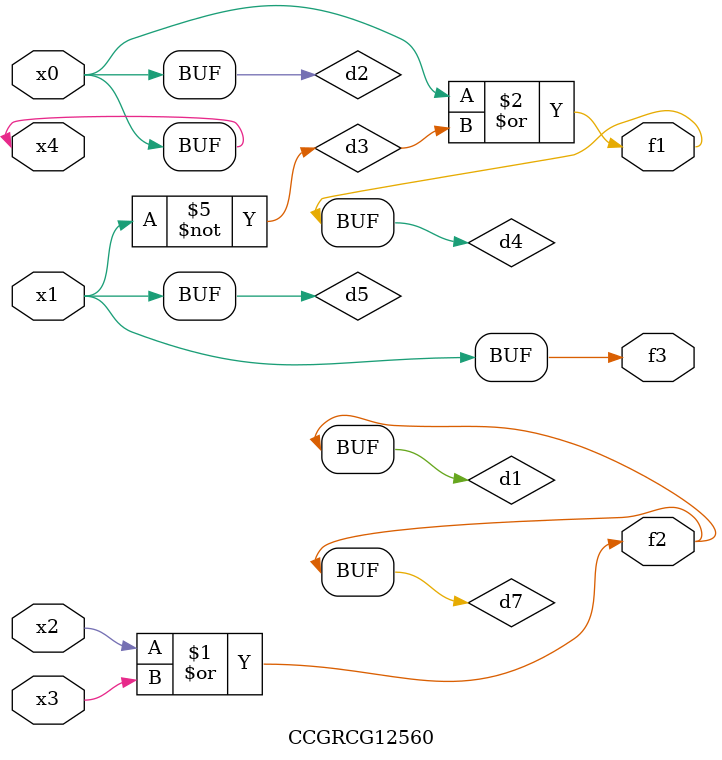
<source format=v>
module CCGRCG12560(
	input x0, x1, x2, x3, x4,
	output f1, f2, f3
);

	wire d1, d2, d3, d4, d5, d6, d7;

	or (d1, x2, x3);
	buf (d2, x0, x4);
	not (d3, x1);
	or (d4, d2, d3);
	not (d5, d3);
	nand (d6, d1, d3);
	or (d7, d1);
	assign f1 = d4;
	assign f2 = d7;
	assign f3 = d5;
endmodule

</source>
